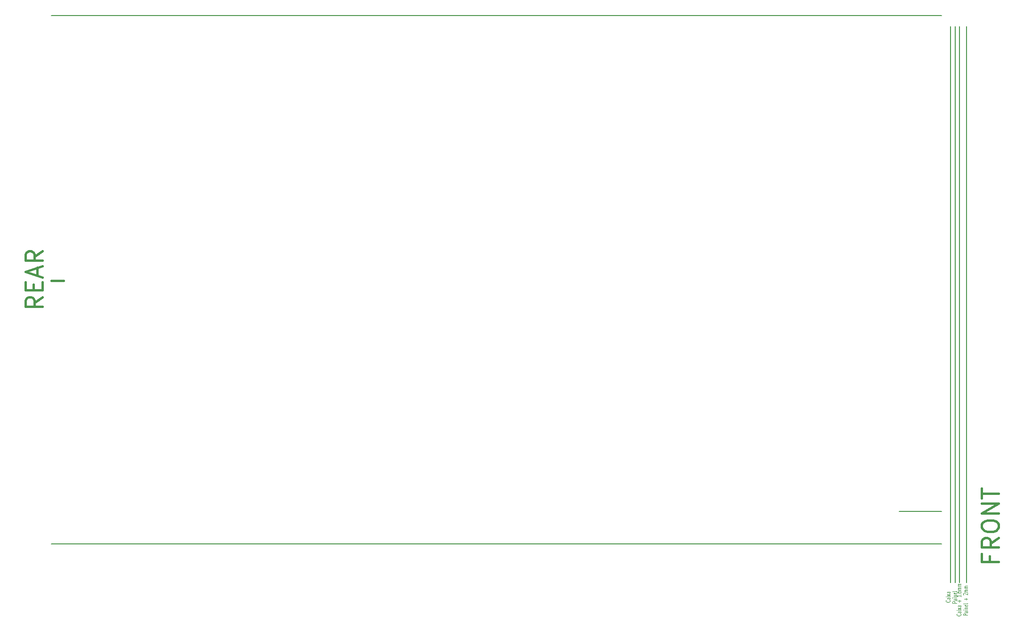
<source format=gbr>
G04 #@! TF.FileFunction,Drawing*
%FSLAX46Y46*%
G04 Gerber Fmt 4.6, Leading zero omitted, Abs format (unit mm)*
G04 Created by KiCad (PCBNEW 4.0.4+e1-6308~48~ubuntu15.10.1-stable) date Tue Jun 20 15:03:40 2017*
%MOMM*%
%LPD*%
G01*
G04 APERTURE LIST*
%ADD10C,0.150000*%
%ADD11C,0.100000*%
%ADD12C,0.381000*%
%ADD13C,0.400000*%
G04 APERTURE END LIST*
D10*
D11*
X226385714Y-155621428D02*
X226423810Y-155645238D01*
X226461905Y-155716666D01*
X226461905Y-155764285D01*
X226423810Y-155835714D01*
X226347619Y-155883333D01*
X226271429Y-155907142D01*
X226119048Y-155930952D01*
X226004762Y-155930952D01*
X225852381Y-155907142D01*
X225776190Y-155883333D01*
X225700000Y-155835714D01*
X225661905Y-155764285D01*
X225661905Y-155716666D01*
X225700000Y-155645238D01*
X225738095Y-155621428D01*
X226461905Y-155192857D02*
X226042857Y-155192857D01*
X225966667Y-155216666D01*
X225928571Y-155264285D01*
X225928571Y-155359523D01*
X225966667Y-155407142D01*
X226423810Y-155192857D02*
X226461905Y-155240476D01*
X226461905Y-155359523D01*
X226423810Y-155407142D01*
X226347619Y-155430952D01*
X226271429Y-155430952D01*
X226195238Y-155407142D01*
X226157143Y-155359523D01*
X226157143Y-155240476D01*
X226119048Y-155192857D01*
X226461905Y-154954761D02*
X225928571Y-154954761D01*
X225661905Y-154954761D02*
X225700000Y-154978571D01*
X225738095Y-154954761D01*
X225700000Y-154930952D01*
X225661905Y-154954761D01*
X225738095Y-154954761D01*
X226461905Y-154764285D02*
X225928571Y-154502381D01*
X225928571Y-154764285D02*
X226461905Y-154502381D01*
X226461905Y-154097619D02*
X226042857Y-154097619D01*
X225966667Y-154121428D01*
X225928571Y-154169047D01*
X225928571Y-154264285D01*
X225966667Y-154311904D01*
X226423810Y-154097619D02*
X226461905Y-154145238D01*
X226461905Y-154264285D01*
X226423810Y-154311904D01*
X226347619Y-154335714D01*
X226271429Y-154335714D01*
X226195238Y-154311904D01*
X226157143Y-154264285D01*
X226157143Y-154145238D01*
X226119048Y-154097619D01*
X226157143Y-153478571D02*
X226157143Y-153097619D01*
X226461905Y-153288095D02*
X225852381Y-153288095D01*
X226461905Y-152216667D02*
X226461905Y-152502381D01*
X226461905Y-152359524D02*
X225661905Y-152359524D01*
X225776190Y-152407143D01*
X225852381Y-152454762D01*
X225890476Y-152502381D01*
X226385714Y-152002381D02*
X226423810Y-151978572D01*
X226461905Y-152002381D01*
X226423810Y-152026191D01*
X226385714Y-152002381D01*
X226461905Y-152002381D01*
X225661905Y-151550001D02*
X225661905Y-151645239D01*
X225700000Y-151692858D01*
X225738095Y-151716667D01*
X225852381Y-151764286D01*
X226004762Y-151788096D01*
X226309524Y-151788096D01*
X226385714Y-151764286D01*
X226423810Y-151740477D01*
X226461905Y-151692858D01*
X226461905Y-151597620D01*
X226423810Y-151550001D01*
X226385714Y-151526191D01*
X226309524Y-151502382D01*
X226119048Y-151502382D01*
X226042857Y-151526191D01*
X226004762Y-151550001D01*
X225966667Y-151597620D01*
X225966667Y-151692858D01*
X226004762Y-151740477D01*
X226042857Y-151764286D01*
X226119048Y-151788096D01*
X226461905Y-151288096D02*
X225928571Y-151288096D01*
X226004762Y-151288096D02*
X225966667Y-151264287D01*
X225928571Y-151216668D01*
X225928571Y-151145239D01*
X225966667Y-151097620D01*
X226042857Y-151073811D01*
X226461905Y-151073811D01*
X226042857Y-151073811D02*
X225966667Y-151050001D01*
X225928571Y-151002382D01*
X225928571Y-150930954D01*
X225966667Y-150883334D01*
X226042857Y-150859525D01*
X226461905Y-150859525D01*
X226461905Y-150621429D02*
X225928571Y-150621429D01*
X226004762Y-150621429D02*
X225966667Y-150597620D01*
X225928571Y-150550001D01*
X225928571Y-150478572D01*
X225966667Y-150430953D01*
X226042857Y-150407144D01*
X226461905Y-150407144D01*
X226042857Y-150407144D02*
X225966667Y-150383334D01*
X225928571Y-150335715D01*
X225928571Y-150264287D01*
X225966667Y-150216667D01*
X226042857Y-150192858D01*
X226461905Y-150192858D01*
D10*
X226161200Y-50000000D02*
X226161200Y-150000000D01*
D11*
X227661905Y-155842856D02*
X226861905Y-155842856D01*
X226861905Y-155652380D01*
X226900000Y-155604761D01*
X226938095Y-155580952D01*
X227014286Y-155557142D01*
X227128571Y-155557142D01*
X227204762Y-155580952D01*
X227242857Y-155604761D01*
X227280952Y-155652380D01*
X227280952Y-155842856D01*
X227661905Y-155128571D02*
X227242857Y-155128571D01*
X227166667Y-155152380D01*
X227128571Y-155199999D01*
X227128571Y-155295237D01*
X227166667Y-155342856D01*
X227623810Y-155128571D02*
X227661905Y-155176190D01*
X227661905Y-155295237D01*
X227623810Y-155342856D01*
X227547619Y-155366666D01*
X227471429Y-155366666D01*
X227395238Y-155342856D01*
X227357143Y-155295237D01*
X227357143Y-155176190D01*
X227319048Y-155128571D01*
X227661905Y-154890475D02*
X227128571Y-154890475D01*
X226861905Y-154890475D02*
X226900000Y-154914285D01*
X226938095Y-154890475D01*
X226900000Y-154866666D01*
X226861905Y-154890475D01*
X226938095Y-154890475D01*
X227128571Y-154652380D02*
X227661905Y-154652380D01*
X227204762Y-154652380D02*
X227166667Y-154628571D01*
X227128571Y-154580952D01*
X227128571Y-154509523D01*
X227166667Y-154461904D01*
X227242857Y-154438095D01*
X227661905Y-154438095D01*
X227623810Y-154009523D02*
X227661905Y-154057142D01*
X227661905Y-154152380D01*
X227623810Y-154199999D01*
X227547619Y-154223809D01*
X227242857Y-154223809D01*
X227166667Y-154199999D01*
X227128571Y-154152380D01*
X227128571Y-154057142D01*
X227166667Y-154009523D01*
X227242857Y-153985714D01*
X227319048Y-153985714D01*
X227395238Y-154223809D01*
X227661905Y-153700000D02*
X227623810Y-153747619D01*
X227547619Y-153771428D01*
X226861905Y-153771428D01*
X227357143Y-153128571D02*
X227357143Y-152747619D01*
X227661905Y-152938095D02*
X227052381Y-152938095D01*
X226938095Y-152152381D02*
X226900000Y-152128571D01*
X226861905Y-152080952D01*
X226861905Y-151961905D01*
X226900000Y-151914286D01*
X226938095Y-151890476D01*
X227014286Y-151866667D01*
X227090476Y-151866667D01*
X227204762Y-151890476D01*
X227661905Y-152176190D01*
X227661905Y-151866667D01*
X227661905Y-151652381D02*
X227128571Y-151652381D01*
X227204762Y-151652381D02*
X227166667Y-151628572D01*
X227128571Y-151580953D01*
X227128571Y-151509524D01*
X227166667Y-151461905D01*
X227242857Y-151438096D01*
X227661905Y-151438096D01*
X227242857Y-151438096D02*
X227166667Y-151414286D01*
X227128571Y-151366667D01*
X227128571Y-151295239D01*
X227166667Y-151247619D01*
X227242857Y-151223810D01*
X227661905Y-151223810D01*
X227661905Y-150985714D02*
X227128571Y-150985714D01*
X227204762Y-150985714D02*
X227166667Y-150961905D01*
X227128571Y-150914286D01*
X227128571Y-150842857D01*
X227166667Y-150795238D01*
X227242857Y-150771429D01*
X227661905Y-150771429D01*
X227242857Y-150771429D02*
X227166667Y-150747619D01*
X227128571Y-150700000D01*
X227128571Y-150628572D01*
X227166667Y-150580952D01*
X227242857Y-150557143D01*
X227661905Y-150557143D01*
D10*
X227450000Y-49950000D02*
X227450000Y-149950000D01*
D11*
X225711905Y-153647618D02*
X224911905Y-153647618D01*
X224911905Y-153457142D01*
X224950000Y-153409523D01*
X224988095Y-153385714D01*
X225064286Y-153361904D01*
X225178571Y-153361904D01*
X225254762Y-153385714D01*
X225292857Y-153409523D01*
X225330952Y-153457142D01*
X225330952Y-153647618D01*
X225711905Y-152933333D02*
X225292857Y-152933333D01*
X225216667Y-152957142D01*
X225178571Y-153004761D01*
X225178571Y-153099999D01*
X225216667Y-153147618D01*
X225673810Y-152933333D02*
X225711905Y-152980952D01*
X225711905Y-153099999D01*
X225673810Y-153147618D01*
X225597619Y-153171428D01*
X225521429Y-153171428D01*
X225445238Y-153147618D01*
X225407143Y-153099999D01*
X225407143Y-152980952D01*
X225369048Y-152933333D01*
X225711905Y-152695237D02*
X225178571Y-152695237D01*
X224911905Y-152695237D02*
X224950000Y-152719047D01*
X224988095Y-152695237D01*
X224950000Y-152671428D01*
X224911905Y-152695237D01*
X224988095Y-152695237D01*
X225178571Y-152457142D02*
X225711905Y-152457142D01*
X225254762Y-152457142D02*
X225216667Y-152433333D01*
X225178571Y-152385714D01*
X225178571Y-152314285D01*
X225216667Y-152266666D01*
X225292857Y-152242857D01*
X225711905Y-152242857D01*
X225673810Y-151814285D02*
X225711905Y-151861904D01*
X225711905Y-151957142D01*
X225673810Y-152004761D01*
X225597619Y-152028571D01*
X225292857Y-152028571D01*
X225216667Y-152004761D01*
X225178571Y-151957142D01*
X225178571Y-151861904D01*
X225216667Y-151814285D01*
X225292857Y-151790476D01*
X225369048Y-151790476D01*
X225445238Y-152028571D01*
X225711905Y-151504762D02*
X225673810Y-151552381D01*
X225597619Y-151576190D01*
X224911905Y-151576190D01*
D10*
X225450000Y-49950000D02*
X225450000Y-149950000D01*
D11*
X224435714Y-153169047D02*
X224473810Y-153192857D01*
X224511905Y-153264285D01*
X224511905Y-153311904D01*
X224473810Y-153383333D01*
X224397619Y-153430952D01*
X224321429Y-153454761D01*
X224169048Y-153478571D01*
X224054762Y-153478571D01*
X223902381Y-153454761D01*
X223826190Y-153430952D01*
X223750000Y-153383333D01*
X223711905Y-153311904D01*
X223711905Y-153264285D01*
X223750000Y-153192857D01*
X223788095Y-153169047D01*
X224511905Y-152740476D02*
X224092857Y-152740476D01*
X224016667Y-152764285D01*
X223978571Y-152811904D01*
X223978571Y-152907142D01*
X224016667Y-152954761D01*
X224473810Y-152740476D02*
X224511905Y-152788095D01*
X224511905Y-152907142D01*
X224473810Y-152954761D01*
X224397619Y-152978571D01*
X224321429Y-152978571D01*
X224245238Y-152954761D01*
X224207143Y-152907142D01*
X224207143Y-152788095D01*
X224169048Y-152740476D01*
X224511905Y-152502380D02*
X223978571Y-152502380D01*
X223711905Y-152502380D02*
X223750000Y-152526190D01*
X223788095Y-152502380D01*
X223750000Y-152478571D01*
X223711905Y-152502380D01*
X223788095Y-152502380D01*
X224511905Y-152311904D02*
X223978571Y-152050000D01*
X223978571Y-152311904D02*
X224511905Y-152050000D01*
X224511905Y-151645238D02*
X224092857Y-151645238D01*
X224016667Y-151669047D01*
X223978571Y-151716666D01*
X223978571Y-151811904D01*
X224016667Y-151859523D01*
X224473810Y-151645238D02*
X224511905Y-151692857D01*
X224511905Y-151811904D01*
X224473810Y-151859523D01*
X224397619Y-151883333D01*
X224321429Y-151883333D01*
X224245238Y-151859523D01*
X224207143Y-151811904D01*
X224207143Y-151692857D01*
X224169048Y-151645238D01*
D10*
X224561200Y-50000000D02*
X224561200Y-150000000D01*
X223010000Y-137200000D02*
X215340000Y-137200000D01*
D12*
X62941200Y-95720000D02*
X65125600Y-95720000D01*
D10*
X222950000Y-48020000D02*
X62950000Y-48020000D01*
X222950000Y-143020000D02*
X62950000Y-143020000D01*
D13*
X61307143Y-98634286D02*
X59878571Y-99634286D01*
X61307143Y-100348571D02*
X58307143Y-100348571D01*
X58307143Y-99205714D01*
X58450000Y-98920000D01*
X58592857Y-98777143D01*
X58878571Y-98634286D01*
X59307143Y-98634286D01*
X59592857Y-98777143D01*
X59735714Y-98920000D01*
X59878571Y-99205714D01*
X59878571Y-100348571D01*
X59735714Y-97348571D02*
X59735714Y-96348571D01*
X61307143Y-95920000D02*
X61307143Y-97348571D01*
X58307143Y-97348571D01*
X58307143Y-95920000D01*
X60450000Y-94777142D02*
X60450000Y-93348571D01*
X61307143Y-95062857D02*
X58307143Y-94062857D01*
X61307143Y-93062857D01*
X61307143Y-90348571D02*
X59878571Y-91348571D01*
X61307143Y-92062856D02*
X58307143Y-92062856D01*
X58307143Y-90919999D01*
X58450000Y-90634285D01*
X58592857Y-90491428D01*
X58878571Y-90348571D01*
X59307143Y-90348571D01*
X59592857Y-90491428D01*
X59735714Y-90634285D01*
X59878571Y-90919999D01*
X59878571Y-92062856D01*
X231635714Y-145207142D02*
X231635714Y-146207142D01*
X233207143Y-146207142D02*
X230207143Y-146207142D01*
X230207143Y-144778571D01*
X233207143Y-141921428D02*
X231778571Y-142921428D01*
X233207143Y-143635713D02*
X230207143Y-143635713D01*
X230207143Y-142492856D01*
X230350000Y-142207142D01*
X230492857Y-142064285D01*
X230778571Y-141921428D01*
X231207143Y-141921428D01*
X231492857Y-142064285D01*
X231635714Y-142207142D01*
X231778571Y-142492856D01*
X231778571Y-143635713D01*
X230207143Y-140064285D02*
X230207143Y-139492856D01*
X230350000Y-139207142D01*
X230635714Y-138921428D01*
X231207143Y-138778570D01*
X232207143Y-138778570D01*
X232778571Y-138921428D01*
X233064286Y-139207142D01*
X233207143Y-139492856D01*
X233207143Y-140064285D01*
X233064286Y-140349999D01*
X232778571Y-140635713D01*
X232207143Y-140778570D01*
X231207143Y-140778570D01*
X230635714Y-140635713D01*
X230350000Y-140349999D01*
X230207143Y-140064285D01*
X233207143Y-137492856D02*
X230207143Y-137492856D01*
X233207143Y-135778571D01*
X230207143Y-135778571D01*
X230207143Y-134778571D02*
X230207143Y-133064285D01*
X233207143Y-133921428D02*
X230207143Y-133921428D01*
M02*

</source>
